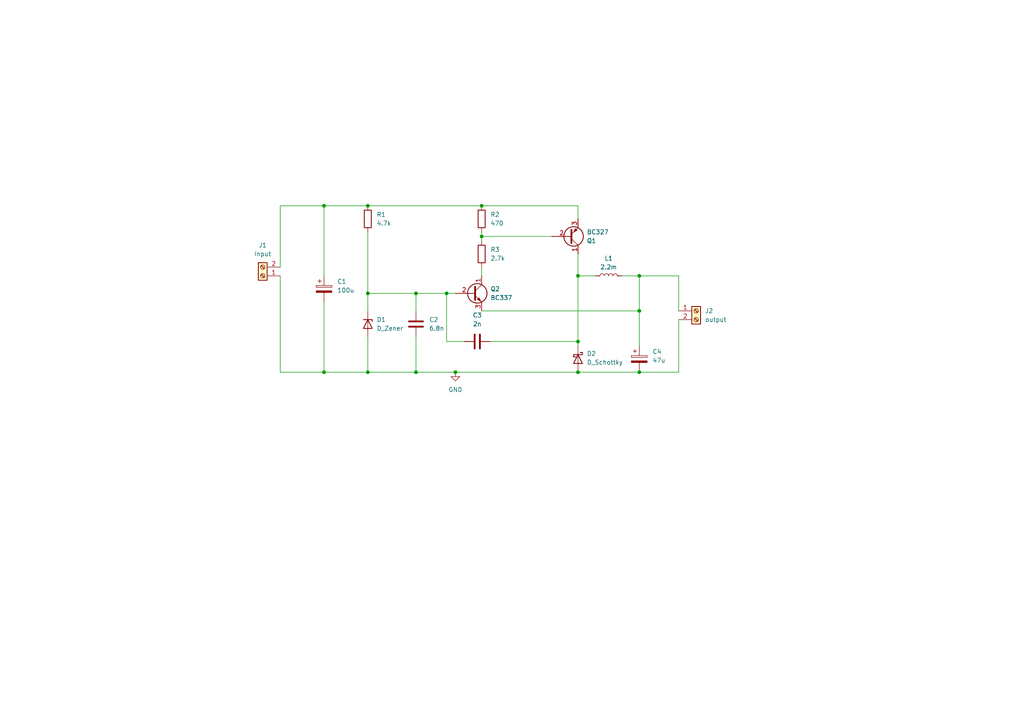
<source format=kicad_sch>
(kicad_sch (version 20230121) (generator eeschema)
  (paper "A4")
  (lib_symbols
    (symbol "Connector:Screw_Terminal_01x02" (pin_names (offset 1.016) hide)
      (property "Reference" "J" (at 0 2.54 0))
      (property "Value" "Screw_Terminal_01x02" (at 0 -5.08 0))
      (symbol "Screw_Terminal_01x02_1_1"
        (rectangle (start -1.27 1.27) (end 1.27 -3.81) (stroke (width 0.254)) (fill (type background)))
        (circle (center 0 -2.54) (radius 0.635) (stroke (width 0.1524)))
        (polyline (pts (xy -0.5334 -2.2098) (xy 0.3302 -3.048)) (stroke (width 0.1524)))
        (polyline (pts (xy -0.5334 0.3302) (xy 0.3302 -0.508)) (stroke (width 0.1524)))
        (polyline (pts (xy -0.3556 -2.032) (xy 0.508 -2.8702)) (stroke (width 0.1524)))
        (polyline (pts (xy -0.3556 0.508) (xy 0.508 -0.3302)) (stroke (width 0.1524)))
        (circle (center 0 0) (radius 0.635) (stroke (width 0.1524)))
        (pin passive line (at -5.08 0 0) (length 3.81) (name "Pin_1") (number "1"))
        (pin passive line (at -5.08 -2.54 0) (length 3.81) (name "Pin_2") (number "2"))
      )
    )
    (symbol "Device:C" (pin_numbers hide) (pin_names (offset 0.254))
      (property "Reference" "C" (at 0.635 2.54 0))
      (property "Value" "C" (at 0.635 -2.54 0))
      (symbol "C_0_1"
        (polyline (pts (xy -2.032 -0.762) (xy 2.032 -0.762)) (stroke (width 0.508)))
        (polyline (pts (xy -2.032 0.762) (xy 2.032 0.762)) (stroke (width 0.508)))
      )
      (symbol "C_1_1"
        (pin passive line (at 0 3.81 270) (length 2.794) (name "~") (number "1"))
        (pin passive line (at 0 -3.81 90) (length 2.794) (name "~") (number "2"))
      )
    )
    (symbol "Device:C_Polarized" (pin_numbers hide) (pin_names (offset 0.254))
      (property "Reference" "C" (at 0.635 2.54 0))
      (property "Value" "C_Polarized" (at 0.635 -2.54 0))
      (symbol "C_Polarized_0_1"
        (rectangle (start -2.286 0.508) (end 2.286 1.016))
        (polyline (pts (xy -1.778 2.286) (xy -0.762 2.286)))
        (polyline (pts (xy -1.27 2.794) (xy -1.27 1.778)))
        (rectangle (start 2.286 -0.508) (end -2.286 -1.016) (fill (type outline)))
      )
      (symbol "C_Polarized_1_1"
        (pin passive line (at 0 3.81 270) (length 2.794) (name "~") (number "1"))
        (pin passive line (at 0 -3.81 90) (length 2.794) (name "~") (number "2"))
      )
    )
    (symbol "Device:D_Schottky" (pin_numbers hide) (pin_names (offset 1.016) hide)
      (property "Reference" "D" (at 0 2.54 0))
      (property "Value" "D_Schottky" (at 0 -2.54 0))
      (symbol "D_Schottky_0_1"
        (polyline (pts (xy 1.27 0) (xy -1.27 0)))
        (polyline (pts (xy 1.27 1.27) (xy 1.27 -1.27) (xy -1.27 0) (xy 1.27 1.27)) (stroke (width 0.254)))
        (polyline (pts (xy -1.905 0.635) (xy -1.905 1.27) (xy -1.27 1.27) (xy -1.27 -1.27) (xy -0.635 -1.27) (xy -0.635 -0.635)) (stroke (width 0.254)))
      )
      (symbol "D_Schottky_1_1"
        (pin passive line (at -3.81 0 0) (length 2.54) (name "K") (number "1"))
        (pin passive line (at 3.81 0 180) (length 2.54) (name "A") (number "2"))
      )
    )
    (symbol "Device:D_Zener" (pin_numbers hide) (pin_names (offset 1.016) hide)
      (property "Reference" "D" (at 0 2.54 0))
      (property "Value" "D_Zener" (at 0 -2.54 0))
      (symbol "D_Zener_0_1"
        (polyline (pts (xy 1.27 0) (xy -1.27 0)))
        (polyline (pts (xy -1.27 -1.27) (xy -1.27 1.27) (xy -0.762 1.27)) (stroke (width 0.254)))
        (polyline (pts (xy 1.27 -1.27) (xy 1.27 1.27) (xy -1.27 0) (xy 1.27 -1.27)) (stroke (width 0.254)))
      )
      (symbol "D_Zener_1_1"
        (pin passive line (at -3.81 0 0) (length 2.54) (name "K") (number "1"))
        (pin passive line (at 3.81 0 180) (length 2.54) (name "A") (number "2"))
      )
    )
    (symbol "Device:L" (pin_numbers hide) (pin_names (offset 1.016) hide)
      (property "Reference" "L" (at -1.27 0 90))
      (property "Value" "L" (at 1.905 0 90))
      (symbol "L_0_1"
        (arc (start 0 -2.54) (mid 0.6323 -1.905) (end 0 -1.27))
        (arc (start 0 -1.27) (mid 0.6323 -0.635) (end 0 0))
        (arc (start 0 0) (mid 0.6323 0.635) (end 0 1.27))
        (arc (start 0 1.27) (mid 0.6323 1.905) (end 0 2.54))
      )
      (symbol "L_1_1"
        (pin passive line (at 0 3.81 270) (length 1.27) (name "1") (number "1"))
        (pin passive line (at 0 -3.81 90) (length 1.27) (name "2") (number "2"))
      )
    )
    (symbol "Device:R" (pin_numbers hide) (pin_names (offset 0))
      (property "Reference" "R" (at 2.032 0 90))
      (property "Value" "R" (at 0 0 90))
      (symbol "R_0_1"
        (rectangle (start -1.016 -2.54) (end 1.016 2.54) (stroke (width 0.254)))
      )
      (symbol "R_1_1"
        (pin passive line (at 0 3.81 270) (length 1.27) (name "~") (number "1"))
        (pin passive line (at 0 -3.81 90) (length 1.27) (name "~") (number "2"))
      )
    )
    (symbol "Transistor_BJT:BC327" (pin_names (offset 0) hide)
      (property "Reference" "Q" (at 5.08 1.905 0))
      (property "Value" "BC327" (at 5.08 0 0))
      (symbol "BC327_0_1"
        (polyline (pts (xy 0.635 0.635) (xy 2.54 2.54)))
        (polyline (pts (xy 0.635 -0.635) (xy 2.54 -2.54) (xy 2.54 -2.54)))
        (polyline (pts (xy 0.635 1.905) (xy 0.635 -1.905) (xy 0.635 -1.905)) (stroke (width 0.508)))
        (polyline (pts (xy 2.286 -1.778) (xy 1.778 -2.286) (xy 1.27 -1.27) (xy 2.286 -1.778) (xy 2.286 -1.778)) (fill (type outline)))
        (circle (center 1.27 0) (radius 2.8194) (stroke (width 0.254)))
      )
      (symbol "BC327_1_1"
        (pin passive line (at 2.54 5.08 270) (length 2.54) (name "C") (number "1"))
        (pin input line (at -5.08 0 0) (length 5.715) (name "B") (number "2"))
        (pin passive line (at 2.54 -5.08 90) (length 2.54) (name "E") (number "3"))
      )
    )
    (symbol "Transistor_BJT:BC337" (pin_names (offset 0) hide)
      (property "Reference" "Q" (at 5.08 1.905 0))
      (property "Value" "BC337" (at 5.08 0 0))
      (symbol "BC337_0_1"
        (polyline (pts (xy 0 0) (xy 0.635 0)))
        (polyline (pts (xy 0.635 0.635) (xy 2.54 2.54)))
        (polyline (pts (xy 0.635 -0.635) (xy 2.54 -2.54) (xy 2.54 -2.54)))
        (polyline (pts (xy 0.635 1.905) (xy 0.635 -1.905) (xy 0.635 -1.905)) (stroke (width 0.508)))
        (polyline (pts (xy 1.27 -1.778) (xy 1.778 -1.27) (xy 2.286 -2.286) (xy 1.27 -1.778) (xy 1.27 -1.778)) (fill (type outline)))
        (circle (center 1.27 0) (radius 2.8194) (stroke (width 0.254)))
      )
      (symbol "BC337_1_1"
        (pin passive line (at 2.54 5.08 270) (length 2.54) (name "C") (number "1"))
        (pin input line (at -5.08 0 0) (length 5.08) (name "B") (number "2"))
        (pin passive line (at 2.54 -5.08 90) (length 2.54) (name "E") (number "3"))
      )
    )
    (symbol "power:GND" (power) (pin_names (offset 0))
      (property "Value" "GND" (at 0 -3.81 0))
      (symbol "GND_0_1"
        (polyline (pts (xy 0 0) (xy 0 -1.27) (xy 1.27 -1.27) (xy 0 -2.54) (xy -1.27 -1.27) (xy 0 -1.27)))
      )
      (symbol "GND_1_1"
        (pin power_in line (at 0 0 270) (length 0) hide (name "GND") (number "1"))
      )
    )
  )
  (junction (at 139.7 59.69))
  (junction (at 185.42 80.01))
  (junction (at 132.08 107.95))
  (junction (at 167.64 99.06))
  (junction (at 167.64 107.95))
  (junction (at 129.54 85.09))
  (junction (at 120.65 107.95))
  (junction (at 106.68 85.09))
  (junction (at 120.65 85.09))
  (junction (at 93.98 59.69))
  (junction (at 106.68 107.95))
  (junction (at 185.42 90.17))
  (junction (at 93.98 107.95))
  (junction (at 139.7 68.58))
  (junction (at 167.64 80.01))
  (junction (at 185.42 107.95))
  (junction (at 106.68 59.69))
  (wire (pts (xy 139.7 68.58) (xy 139.7 69.85)))
  (wire (pts (xy 120.65 85.09) (xy 120.65 90.17)))
  (wire (pts (xy 81.28 77.47) (xy 81.28 59.69)))
  (wire (pts (xy 196.85 80.01) (xy 185.42 80.01)))
  (wire (pts (xy 139.7 67.31) (xy 139.7 68.58)))
  (wire (pts (xy 132.08 107.95) (xy 167.64 107.95)))
  (wire (pts (xy 167.64 63.5) (xy 167.64 59.69)))
  (wire (pts (xy 167.64 59.69) (xy 139.7 59.69)))
  (wire (pts (xy 167.64 73.66) (xy 167.64 80.01)))
  (wire (pts (xy 93.98 80.01) (xy 93.98 59.69)))
  (wire (pts (xy 185.42 90.17) (xy 185.42 100.33)))
  (wire (pts (xy 185.42 80.01) (xy 185.42 90.17)))
  (wire (pts (xy 106.68 59.69) (xy 139.7 59.69)))
  (wire (pts (xy 196.85 92.71) (xy 196.85 107.95)))
  (wire (pts (xy 81.28 107.95) (xy 93.98 107.95)))
  (wire (pts (xy 93.98 107.95) (xy 106.68 107.95)))
  (wire (pts (xy 106.68 97.79) (xy 106.68 107.95)))
  (wire (pts (xy 196.85 107.95) (xy 185.42 107.95)))
  (wire (pts (xy 139.7 77.47) (xy 139.7 80.01)))
  (wire (pts (xy 134.62 99.06) (xy 129.54 99.06)))
  (wire (pts (xy 129.54 99.06) (xy 129.54 85.09)))
  (wire (pts (xy 167.64 99.06) (xy 167.64 100.33)))
  (wire (pts (xy 167.64 107.95) (xy 185.42 107.95)))
  (wire (pts (xy 106.68 85.09) (xy 120.65 85.09)))
  (wire (pts (xy 106.68 85.09) (xy 106.68 90.17)))
  (wire (pts (xy 81.28 80.01) (xy 81.28 107.95)))
  (wire (pts (xy 167.64 80.01) (xy 167.64 99.06)))
  (wire (pts (xy 129.54 85.09) (xy 132.08 85.09)))
  (wire (pts (xy 167.64 80.01) (xy 172.72 80.01)))
  (wire (pts (xy 120.65 107.95) (xy 132.08 107.95)))
  (wire (pts (xy 139.7 90.17) (xy 185.42 90.17)))
  (wire (pts (xy 120.65 85.09) (xy 129.54 85.09)))
  (wire (pts (xy 180.34 80.01) (xy 185.42 80.01)))
  (wire (pts (xy 120.65 97.79) (xy 120.65 107.95)))
  (wire (pts (xy 106.68 67.31) (xy 106.68 85.09)))
  (wire (pts (xy 81.28 59.69) (xy 93.98 59.69)))
  (wire (pts (xy 142.24 99.06) (xy 167.64 99.06)))
  (wire (pts (xy 93.98 59.69) (xy 106.68 59.69)))
  (wire (pts (xy 139.7 68.58) (xy 160.02 68.58)))
  (wire (pts (xy 93.98 87.63) (xy 93.98 107.95)))
  (wire (pts (xy 106.68 107.95) (xy 120.65 107.95)))
  (wire (pts (xy 196.85 90.17) (xy 196.85 80.01)))
  (symbol (lib_id "Device:C_Polarized") (at 93.98 83.82 0) (unit 1)
    (property "Reference" "C1" (at 97.79 81.661 0) (effects (justify left)))
    (property "Value" "100u" (at 97.79 84.201 0) (effects (justify left)))
    (property "Footprint" "Capacitor_THT:CP_Radial_D10.0mm_P2.50mm" (effects hide))
  )
  (symbol (lib_id "Device:R") (at 139.7 63.5 0) (unit 1)
    (property "Reference" "R2" (at 142.24 62.23 0) (effects (justify left)))
    (property "Value" "470" (at 142.24 64.77 0) (effects (justify left)))
    (property "Footprint" "Resistor_THT:R_Axial_DIN0411_L9.9mm_D3.6mm_P12.70mm_Horizontal" (effects hide))
  )
  (symbol (lib_id "Device:C") (at 138.43 99.06 270) (unit 1)
    (property "Reference" "C3" (at 138.43 91.44 90))
    (property "Value" "2n" (at 138.43 93.98 90))
  )
  (symbol (lib_id "Device:D_Zener") (at 106.68 93.98 270) (unit 1)
    (property "Reference" "D1" (at 109.22 92.71 90) (effects (justify left)))
    (property "Value" "D_Zener" (at 109.22 95.25 90) (effects (justify left)))
    (property "Footprint" "Diode_THT:D_5W_P10.16mm_Horizontal" (effects hide))
  )
  (symbol (lib_id "Connector:Screw_Terminal_01x02") (at 201.93 90.17 0) (unit 1)
    (property "Reference" "J2" (at 204.47 90.17 0) (effects (justify left)))
    (property "Value" "output" (at 204.47 92.71 0) (effects (justify left)))
    (property "Footprint" "TerminalBlock_4Ucon:TerminalBlock_4Ucon_1x02_P3.50mm_Horizontal" (effects hide))
  )
  (symbol (lib_id "power:GND") (at 132.08 107.95 0) (unit 1)
    (property "Reference" "#PWR02" (effects hide))
    (property "Value" "GND" (at 132.08 113.03 0))
  )
  (symbol (lib_id "Device:C_Polarized") (at 185.42 104.14 0) (unit 1)
    (property "Reference" "C4" (at 189.23 101.981 0) (effects (justify left)))
    (property "Value" "47u" (at 189.23 104.521 0) (effects (justify left)))
    (property "Footprint" "Capacitor_THT:CP_Radial_D5.0mm_P2.50mm" (effects hide))
  )
  (symbol (lib_id "Transistor_BJT:BC337") (at 137.16 85.09 0) (unit 1)
    (property "Reference" "Q2" (at 142.24 83.82 0) (effects (justify left)))
    (property "Value" "BC337" (at 142.24 86.36 0) (effects (justify left)))
    (property "Footprint" "Package_TO_SOT_THT:TO-92_Inline" (effects hide))
    (property "Datasheet" "https://diotec.com/tl_files/diotec/files/pdf/datasheets/bc337.pdf" (effects hide))
  )
  (symbol (lib_id "Device:R") (at 139.7 73.66 0) (unit 1)
    (property "Reference" "R3" (at 142.24 72.39 0) (effects (justify left)))
    (property "Value" "2.7k" (at 142.24 74.93 0) (effects (justify left)))
    (property "Footprint" "Resistor_THT:R_Axial_DIN0411_L9.9mm_D3.6mm_P12.70mm_Horizontal" (effects hide))
  )
  (symbol (lib_id "Device:R") (at 106.68 63.5 0) (unit 1)
    (property "Reference" "R1" (at 109.22 62.23 0) (effects (justify left)))
    (property "Value" "4.7k" (at 109.22 64.77 0) (effects (justify left)))
    (property "Footprint" "Resistor_THT:R_Axial_DIN0411_L9.9mm_D3.6mm_P12.70mm_Horizontal" (effects hide))
  )
  (symbol (lib_id "Device:D_Schottky") (at 167.64 104.14 270) (unit 1)
    (property "Reference" "D2" (at 170.18 102.5525 90) (effects (justify left)))
    (property "Value" "D_Schottky" (at 170.18 105.0925 90) (effects (justify left)))
    (property "Footprint" "Diode_THT:D_A-405_P7.62mm_Horizontal" (effects hide))
  )
  (symbol (lib_id "Transistor_BJT:BC327") (at 165.1 68.58 0) (mirror x) (unit 1)
    (property "Reference" "Q1" (at 170.18 69.85 0) (effects (justify left)))
    (property "Value" "BC327" (at 170.18 67.31 0) (effects (justify left)))
    (property "Footprint" "Package_TO_SOT_THT:TO-92_Inline" (effects hide))
    (property "Datasheet" "http://www.onsemi.com/pub_link/Collateral/BC327-D.PDF" (effects hide))
  )
  (symbol (lib_id "Device:L") (at 176.53 80.01 90) (unit 1)
    (property "Reference" "L1" (at 176.53 74.93 90))
    (property "Value" "2.2m" (at 176.53 77.47 90))
    (property "Footprint" "Inductor_THT:L_Axial_L7.0mm_D3.3mm_P2.54mm_Vertical_Fastron_MICC" (effects hide))
  )
  (symbol (lib_id "Device:C") (at 120.65 93.98 0) (unit 1)
    (property "Reference" "C2" (at 124.46 92.71 0) (effects (justify left)))
    (property "Value" "6.8n" (at 124.46 95.25 0) (effects (justify left)))
    (property "Footprint" "Capacitor_THT:C_Rect_L7.0mm_W4.5mm_P5.00mm" (effects hide))
  )
  (symbol (lib_id "Connector:Screw_Terminal_01x02") (at 76.2 80.01 180) (unit 1)
    (property "Reference" "J1" (at 76.2 71.12 0))
    (property "Value" "Input" (at 76.2 73.66 0))
    (property "Footprint" "TerminalBlock_4Ucon:TerminalBlock_4Ucon_1x02_P3.50mm_Horizontal" (effects hide))
  )
)
</source>
